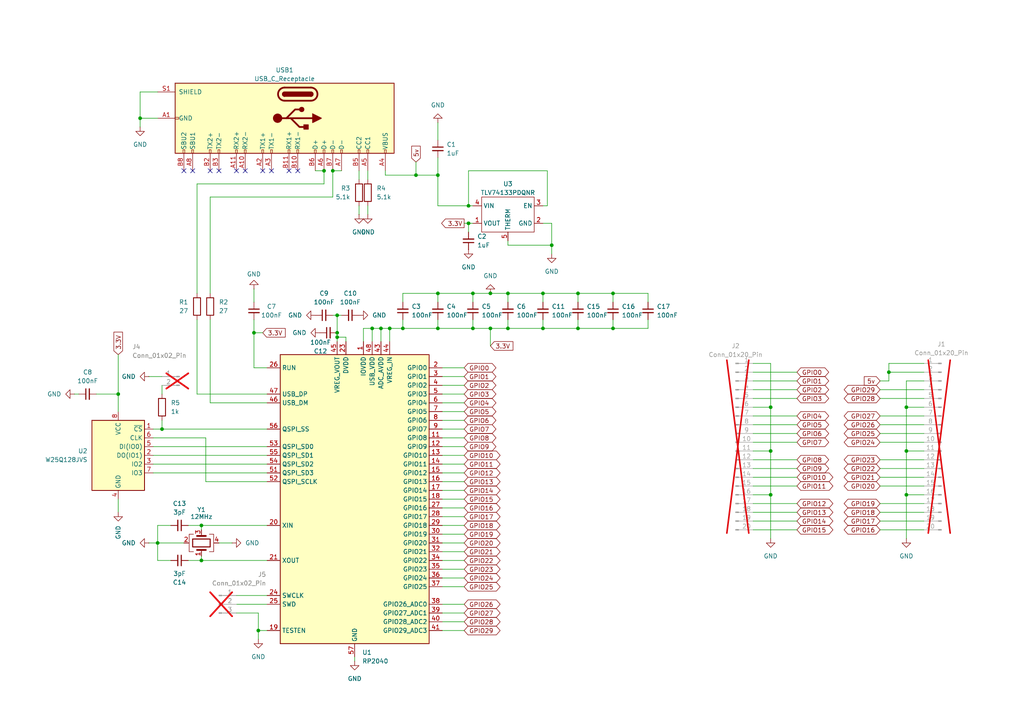
<source format=kicad_sch>
(kicad_sch (version 20231120) (generator "eeschema") (generator_version "8.0")
  (paper "A4")
  (lib_symbols
    (symbol "Connector:Conn_01x02_Pin" (pin_names (offset 1.016) hide)
      (property "Reference" "J" (at 0 2.54 0))
      (property "Value" "Conn_01x02_Pin" (at 0 -5.08 0))
      (symbol "Conn_01x02_Pin_1_1"
        (pin passive line (at 5.08 0 180) (length 3.81) (name "Pin_1") (number "1"))
        (pin passive line (at 5.08 -2.54 180) (length 3.81) (name "Pin_2") (number "2"))
      )
    )
    (symbol "Connector:Conn_01x03_Pin" (pin_names (offset 1.016) hide)
      (property "Reference" "J" (at 0 5.08 0))
      (property "Value" "Conn_01x03_Pin" (at 0 -5.08 0))
      (symbol "Conn_01x03_Pin_1_1"
        (pin passive line (at 5.08 2.54 180) (length 3.81) (name "Pin_1") (number "1"))
        (pin passive line (at 5.08 0 180) (length 3.81) (name "Pin_2") (number "2"))
        (pin passive line (at 5.08 -2.54 180) (length 3.81) (name "Pin_3") (number "3"))
      )
    )
    (symbol "Connector:Conn_01x20_Pin" (pin_names (offset 1.016) hide)
      (property "Reference" "J" (at 0 25.4 0))
      (property "Value" "Conn_01x20_Pin" (at 0 -27.94 0))
      (symbol "Conn_01x20_Pin_1_1"
        (pin passive line (at 5.08 22.86 180) (length 3.81) (name "Pin_1") (number "1"))
        (pin passive line (at 5.08 0 180) (length 3.81) (name "Pin_10") (number "10"))
        (pin passive line (at 5.08 -2.54 180) (length 3.81) (name "Pin_11") (number "11"))
        (pin passive line (at 5.08 -5.08 180) (length 3.81) (name "Pin_12") (number "12"))
        (pin passive line (at 5.08 -7.62 180) (length 3.81) (name "Pin_13") (number "13"))
        (pin passive line (at 5.08 -10.16 180) (length 3.81) (name "Pin_14") (number "14"))
        (pin passive line (at 5.08 -12.7 180) (length 3.81) (name "Pin_15") (number "15"))
        (pin passive line (at 5.08 -15.24 180) (length 3.81) (name "Pin_16") (number "16"))
        (pin passive line (at 5.08 -17.78 180) (length 3.81) (name "Pin_17") (number "17"))
        (pin passive line (at 5.08 -20.32 180) (length 3.81) (name "Pin_18") (number "18"))
        (pin passive line (at 5.08 -22.86 180) (length 3.81) (name "Pin_19") (number "19"))
        (pin passive line (at 5.08 20.32 180) (length 3.81) (name "Pin_2") (number "2"))
        (pin passive line (at 5.08 -25.4 180) (length 3.81) (name "Pin_20") (number "20"))
        (pin passive line (at 5.08 17.78 180) (length 3.81) (name "Pin_3") (number "3"))
        (pin passive line (at 5.08 15.24 180) (length 3.81) (name "Pin_4") (number "4"))
        (pin passive line (at 5.08 12.7 180) (length 3.81) (name "Pin_5") (number "5"))
        (pin passive line (at 5.08 10.16 180) (length 3.81) (name "Pin_6") (number "6"))
        (pin passive line (at 5.08 7.62 180) (length 3.81) (name "Pin_7") (number "7"))
        (pin passive line (at 5.08 5.08 180) (length 3.81) (name "Pin_8") (number "8"))
        (pin passive line (at 5.08 2.54 180) (length 3.81) (name "Pin_9") (number "9"))
      )
    )
    (symbol "Connector:USB_C_Receptacle" (pin_names (offset 1.016))
      (property "Reference" "J3" (at -13.97 -3.81 90))
      (property "Value" "USB_C_Receptacle" (at -11.43 -3.81 90))
      (symbol "USB_C_Receptacle_1_1"
        (pin passive line (at 0 -40.64 90) (length 5.08) (name "GND") (number "A1"))
        (pin bidirectional line (at 15.24 -15.24 180) (length 5.08) (name "RX2-") (number "A10"))
        (pin bidirectional line (at 15.24 -17.78 180) (length 5.08) (name "RX2+") (number "A11"))
        (pin passive line (at 0 -40.64 90) (length 5.08) hide (name "GND") (number "A12"))
        (pin bidirectional line (at 15.24 -10.16 180) (length 5.08) (name "TX1+") (number "A2"))
        (pin bidirectional line (at 15.24 -7.62 180) (length 5.08) (name "TX1-") (number "A3"))
        (pin power_out line (at 15.24 25.4 180) (length 5.08) (name "VBUS") (number "A4"))
        (pin bidirectional line (at 15.24 20.32 180) (length 5.08) (name "CC1") (number "A5"))
        (pin bidirectional line (at 15.24 7.62 180) (length 5.08) (name "D+") (number "A6"))
        (pin bidirectional line (at 15.24 12.7 180) (length 5.08) (name "D-") (number "A7"))
        (pin bidirectional line (at 15.24 -30.48 180) (length 5.08) (name "SBU1") (number "A8"))
        (pin power_out line (at 15.24 25.4 180) (length 5.08) hide (name "VBUS") (number "A9"))
        (pin passive line (at 0 -40.64 90) (length 5.08) hide (name "GND") (number "B1"))
        (pin bidirectional line (at 15.24 0 180) (length 5.08) (name "RX1-") (number "B10"))
        (pin bidirectional line (at 15.24 -2.54 180) (length 5.08) (name "RX1+") (number "B11"))
        (pin passive line (at 0 -40.64 90) (length 5.08) hide (name "GND") (number "B12"))
        (pin bidirectional line (at 15.24 -25.4 180) (length 5.08) (name "TX2+") (number "B2"))
        (pin bidirectional line (at 15.24 -22.86 180) (length 5.08) (name "TX2-") (number "B3"))
        (pin power_out line (at 15.24 25.4 180) (length 5.08) hide (name "VBUS") (number "B4"))
        (pin bidirectional line (at 15.24 17.78 180) (length 5.08) (name "CC2") (number "B5"))
        (pin bidirectional line (at 15.24 5.08 180) (length 5.08) (name "D+") (number "B6"))
        (pin bidirectional line (at 15.24 10.16 180) (length 5.08) (name "D-") (number "B7"))
        (pin bidirectional line (at 15.24 -33.02 180) (length 5.08) (name "SBU2") (number "B8"))
        (pin power_out line (at 15.24 25.4 180) (length 5.08) hide (name "VBUS") (number "B9"))
        (pin passive line (at -7.62 -40.64 90) (length 5.08) (name "SHIELD") (number "S1"))
      )
    )
    (symbol "Custom:TLV74133PDQNR"
      (property "Reference" "U" (at 0 2.032 0))
      (property "Value" "TLV74133PDQNR" (at 0 -0.254 0))
      (symbol "TLV74133PDQNR_1_0"
        (pin power_out line (at -10.16 -8.89 0) (length 2.54) (name "VOUT") (number "1"))
        (pin power_out line (at 10.16 -8.89 180) (length 2.54) (name "GND") (number "2"))
        (pin input line (at 10.16 -3.81 180) (length 2.54) (name "EN") (number "3"))
        (pin power_in line (at -10.16 -3.81 0) (length 2.54) (name "VIN") (number "4"))
        (pin power_out line (at 0 -13.97 90) (length 2.54) (name "THERM") (number "5"))
      )
    )
    (symbol "Device:C_Small" (pin_numbers hide) (pin_names (offset 0.254) hide)
      (property "Reference" "C" (at 0.254 1.778 0))
      (property "Value" "C_Small" (at 0.254 -2.032 0))
      (symbol "C_Small_1_1"
        (pin passive line (at 0 2.54 270) (length 2.032) (name "~") (number "1"))
        (pin passive line (at 0 -2.54 90) (length 2.032) (name "~") (number "2"))
      )
    )
    (symbol "Device:Crystal_GND24" (pin_names (offset 1.016) hide)
      (property "Reference" "Y" (at 3.175 5.08 0))
      (property "Value" "Crystal_GND24" (at 3.175 3.175 0))
      (symbol "Crystal_GND24_1_1"
        (pin passive line (at -3.81 0 0) (length 1.27) (name "1") (number "1"))
        (pin passive line (at 0 5.08 270) (length 1.27) (name "2") (number "2"))
        (pin passive line (at 3.81 0 180) (length 1.27) (name "3") (number "3"))
        (pin passive line (at 0 -5.08 90) (length 1.27) (name "4") (number "4"))
      )
    )
    (symbol "Device:R" (pin_numbers hide) (pin_names (offset 0))
      (property "Reference" "R" (at 2.032 0 90))
      (property "Value" "R" (at 0 0 90))
      (symbol "R_1_1"
        (pin passive line (at 0 3.81 270) (length 1.27) (name "~") (number "1"))
        (pin passive line (at 0 -3.81 90) (length 1.27) (name "~") (number "2"))
      )
    )
    (symbol "MCU_RaspberryPi:RP2040"
      (property "Reference" "U" (at 17.78 45.72 0))
      (property "Value" "RP2040" (at 17.78 43.18 0))
      (symbol "RP2040_1_1"
        (pin power_in line (at 2.54 45.72 270) (length 3.81) (name "IOVDD") (number "1"))
        (pin passive line (at 2.54 45.72 270) (length 3.81) hide (name "IOVDD") (number "10"))
        (pin bidirectional line (at 25.4 17.78 180) (length 3.81) (name "GPIO8") (number "11"))
        (pin bidirectional line (at 25.4 15.24 180) (length 3.81) (name "GPIO9") (number "12"))
        (pin bidirectional line (at 25.4 12.7 180) (length 3.81) (name "GPIO10") (number "13"))
        (pin bidirectional line (at 25.4 10.16 180) (length 3.81) (name "GPIO11") (number "14"))
        (pin bidirectional line (at 25.4 7.62 180) (length 3.81) (name "GPIO12") (number "15"))
        (pin bidirectional line (at 25.4 5.08 180) (length 3.81) (name "GPIO13") (number "16"))
        (pin bidirectional line (at 25.4 2.54 180) (length 3.81) (name "GPIO14") (number "17"))
        (pin bidirectional line (at 25.4 0 180) (length 3.81) (name "GPIO15") (number "18"))
        (pin input line (at -25.4 -38.1 0) (length 3.81) (name "TESTEN") (number "19"))
        (pin bidirectional line (at 25.4 38.1 180) (length 3.81) (name "GPIO0") (number "2"))
        (pin input line (at -25.4 -7.62 0) (length 3.81) (name "XIN") (number "20"))
        (pin passive line (at -25.4 -17.78 0) (length 3.81) (name "XOUT") (number "21"))
        (pin passive line (at 2.54 45.72 270) (length 3.81) hide (name "IOVDD") (number "22"))
        (pin power_in line (at -2.54 45.72 270) (length 3.81) (name "DVDD") (number "23"))
        (pin input line (at -25.4 -27.94 0) (length 3.81) (name "SWCLK") (number "24"))
        (pin bidirectional line (at -25.4 -30.48 0) (length 3.81) (name "SWD") (number "25"))
        (pin input line (at -25.4 38.1 0) (length 3.81) (name "RUN") (number "26"))
        (pin bidirectional line (at 25.4 -2.54 180) (length 3.81) (name "GPIO16") (number "27"))
        (pin bidirectional line (at 25.4 -5.08 180) (length 3.81) (name "GPIO17") (number "28"))
        (pin bidirectional line (at 25.4 -7.62 180) (length 3.81) (name "GPIO18") (number "29"))
        (pin bidirectional line (at 25.4 35.56 180) (length 3.81) (name "GPIO1") (number "3"))
        (pin bidirectional line (at 25.4 -10.16 180) (length 3.81) (name "GPIO19") (number "30"))
        (pin bidirectional line (at 25.4 -12.7 180) (length 3.81) (name "GPIO20") (number "31"))
        (pin bidirectional line (at 25.4 -15.24 180) (length 3.81) (name "GPIO21") (number "32"))
        (pin passive line (at 2.54 45.72 270) (length 3.81) hide (name "IOVDD") (number "33"))
        (pin bidirectional line (at 25.4 -17.78 180) (length 3.81) (name "GPIO22") (number "34"))
        (pin bidirectional line (at 25.4 -20.32 180) (length 3.81) (name "GPIO23") (number "35"))
        (pin bidirectional line (at 25.4 -22.86 180) (length 3.81) (name "GPIO24") (number "36"))
        (pin bidirectional line (at 25.4 -25.4 180) (length 3.81) (name "GPIO25") (number "37"))
        (pin bidirectional line (at 25.4 -30.48 180) (length 3.81) (name "GPIO26_ADC0") (number "38"))
        (pin bidirectional line (at 25.4 -33.02 180) (length 3.81) (name "GPIO27_ADC1") (number "39"))
        (pin bidirectional line (at 25.4 33.02 180) (length 3.81) (name "GPIO2") (number "4"))
        (pin bidirectional line (at 25.4 -35.56 180) (length 3.81) (name "GPIO28_ADC2") (number "40"))
        (pin bidirectional line (at 25.4 -38.1 180) (length 3.81) (name "GPIO29_ADC3") (number "41"))
        (pin passive line (at 2.54 45.72 270) (length 3.81) hide (name "IOVDD") (number "42"))
        (pin power_in line (at 7.62 45.72 270) (length 3.81) (name "ADC_AVDD") (number "43"))
        (pin power_in line (at 10.16 45.72 270) (length 3.81) (name "VREG_IN") (number "44"))
        (pin power_out line (at -5.08 45.72 270) (length 3.81) (name "VREG_VOUT") (number "45"))
        (pin bidirectional line (at -25.4 27.94 0) (length 3.81) (name "USB_DM") (number "46"))
        (pin bidirectional line (at -25.4 30.48 0) (length 3.81) (name "USB_DP") (number "47"))
        (pin power_in line (at 5.08 45.72 270) (length 3.81) (name "USB_VDD") (number "48"))
        (pin passive line (at 2.54 45.72 270) (length 3.81) hide (name "IOVDD") (number "49"))
        (pin bidirectional line (at 25.4 30.48 180) (length 3.81) (name "GPIO3") (number "5"))
        (pin passive line (at -2.54 45.72 270) (length 3.81) hide (name "DVDD") (number "50"))
        (pin bidirectional line (at -25.4 7.62 0) (length 3.81) (name "QSPI_SD3") (number "51"))
        (pin output line (at -25.4 5.08 0) (length 3.81) (name "QSPI_SCLK") (number "52"))
        (pin bidirectional line (at -25.4 15.24 0) (length 3.81) (name "QSPI_SD0") (number "53"))
        (pin bidirectional line (at -25.4 10.16 0) (length 3.81) (name "QSPI_SD2") (number "54"))
        (pin bidirectional line (at -25.4 12.7 0) (length 3.81) (name "QSPI_SD1") (number "55"))
        (pin bidirectional line (at -25.4 20.32 0) (length 3.81) (name "QSPI_SS") (number "56"))
        (pin power_in line (at 0 -45.72 90) (length 3.81) (name "GND") (number "57"))
        (pin bidirectional line (at 25.4 27.94 180) (length 3.81) (name "GPIO4") (number "6"))
        (pin bidirectional line (at 25.4 25.4 180) (length 3.81) (name "GPIO5") (number "7"))
        (pin bidirectional line (at 25.4 22.86 180) (length 3.81) (name "GPIO6") (number "8"))
        (pin bidirectional line (at 25.4 20.32 180) (length 3.81) (name "GPIO7") (number "9"))
      )
    )
    (symbol "Memory_Flash:W25Q128JVS"
      (property "Reference" "U" (at -8.89 8.89 0))
      (property "Value" "W25Q128JVS" (at 7.62 8.89 0))
      (symbol "W25Q128JVS_1_1"
        (pin input line (at -10.16 7.62 0) (length 2.54) (name "~{CS}") (number "1"))
        (pin bidirectional line (at -10.16 0 0) (length 2.54) (name "DO(IO1)") (number "2"))
        (pin bidirectional line (at -10.16 -2.54 0) (length 2.54) (name "IO2") (number "3"))
        (pin power_in line (at 0 -12.7 90) (length 2.54) (name "GND") (number "4"))
        (pin bidirectional line (at -10.16 2.54 0) (length 2.54) (name "DI(IO0)") (number "5"))
        (pin input line (at -10.16 5.08 0) (length 2.54) (name "CLK") (number "6"))
        (pin bidirectional line (at -10.16 -5.08 0) (length 2.54) (name "IO3") (number "7"))
        (pin power_in line (at 0 12.7 270) (length 2.54) (name "VCC") (number "8"))
      )
    )
    (symbol "power:GND" (power) (pin_numbers hide) (pin_names (offset 0) hide)
      (property "Value" "GND" (at 0 -3.81 0))
      (symbol "GND_1_1"
        (pin power_in line (at 0 0 270) (length 0) (name "~") (number "1"))
      )
    )
  )
  (junction (at 142.24 85.09))
  (junction (at 262.89 118.11))
  (junction (at 137.16 95.25))
  (junction (at 223.52 118.11))
  (junction (at 74.93 182.88))
  (junction (at 45.72 157.48))
  (junction (at 167.64 95.25))
  (junction (at 160.02 71.12))
  (junction (at 46.99 124.46))
  (junction (at 107.95 95.25))
  (junction (at 97.79 97.79))
  (junction (at 135.89 59.69))
  (junction (at 147.32 85.09))
  (junction (at 127 85.09))
  (junction (at 262.89 130.81))
  (junction (at 93.98 49.53))
  (junction (at 147.32 95.25))
  (junction (at 223.52 143.51))
  (junction (at 120.65 50.8))
  (junction (at 58.42 162.56))
  (junction (at 137.16 85.09))
  (junction (at 127 50.8))
  (junction (at 177.8 95.25))
  (junction (at 142.24 95.25))
  (junction (at 257.81 107.95))
  (junction (at 110.49 95.25))
  (junction (at 40.64 34.29))
  (junction (at 58.42 152.4))
  (junction (at 116.84 95.25))
  (junction (at 96.52 49.53))
  (junction (at 157.48 85.09))
  (junction (at 34.29 114.3))
  (junction (at 113.03 95.25))
  (junction (at 177.8 85.09))
  (junction (at 97.79 96.52))
  (junction (at 167.64 85.09))
  (junction (at 135.89 64.77))
  (junction (at 97.79 91.44))
  (junction (at 262.89 143.51))
  (junction (at 73.66 96.52))
  (junction (at 157.48 95.25))
  (junction (at 127 95.25))
  (junction (at 223.52 130.81))
  (no_connect (at 76.2 49.53))
  (no_connect (at 55.88 49.53))
  (no_connect (at 78.74 49.53))
  (no_connect (at 60.96 49.53))
  (no_connect (at 68.58 49.53))
  (no_connect (at 83.82 49.53))
  (no_connect (at 86.36 49.53))
  (no_connect (at 71.12 49.53))
  (no_connect (at 63.5 49.53))
  (no_connect (at 53.34 49.53))
  (wire (pts (xy 120.65 46.99) (xy 120.65 50.8)))
  (wire (pts (xy 96.52 91.44) (xy 97.79 91.44)))
  (wire (pts (xy 40.64 34.29) (xy 40.64 36.83)))
  (wire (pts (xy 255.27 125.73) (xy 267.97 125.73)))
  (wire (pts (xy 218.44 138.43) (xy 231.14 138.43)))
  (wire (pts (xy 63.5 157.48) (xy 67.31 157.48)))
  (wire (pts (xy 218.44 118.11) (xy 223.52 118.11)))
  (wire (pts (xy 128.27 157.48) (xy 134.62 157.48)))
  (wire (pts (xy 218.44 140.97) (xy 231.14 140.97)))
  (wire (pts (xy 177.8 87.63) (xy 177.8 85.09)))
  (wire (pts (xy 105.41 95.25) (xy 105.41 99.06)))
  (wire (pts (xy 74.93 177.8) (xy 74.93 182.88)))
  (wire (pts (xy 91.44 49.53) (xy 93.98 49.53)))
  (wire (pts (xy 68.58 172.72) (xy 77.47 172.72)))
  (wire (pts (xy 21.59 114.3) (xy 22.86 114.3)))
  (wire (pts (xy 46.99 121.92) (xy 46.99 124.46)))
  (wire (pts (xy 93.98 53.34) (xy 57.15 53.34)))
  (wire (pts (xy 74.93 182.88) (xy 74.93 185.42)))
  (wire (pts (xy 128.27 175.26) (xy 134.62 175.26)))
  (wire (pts (xy 128.27 114.3) (xy 134.62 114.3)))
  (wire (pts (xy 128.27 182.88) (xy 134.62 182.88)))
  (wire (pts (xy 60.96 57.15) (xy 96.52 57.15)))
  (wire (pts (xy 111.76 50.8) (xy 120.65 50.8)))
  (wire (pts (xy 223.52 143.51) (xy 223.52 156.21)))
  (wire (pts (xy 116.84 87.63) (xy 116.84 85.09)))
  (wire (pts (xy 107.95 95.25) (xy 107.95 99.06)))
  (wire (pts (xy 127 85.09) (xy 127 87.63)))
  (wire (pts (xy 128.27 134.62) (xy 134.62 134.62)))
  (wire (pts (xy 267.97 110.49) (xy 262.89 110.49)))
  (wire (pts (xy 44.45 137.16) (xy 77.47 137.16)))
  (wire (pts (xy 142.24 85.09) (xy 147.32 85.09)))
  (wire (pts (xy 257.81 107.95) (xy 257.81 105.41)))
  (wire (pts (xy 127 59.69) (xy 135.89 59.69)))
  (wire (pts (xy 54.61 162.56) (xy 58.42 162.56)))
  (wire (pts (xy 104.14 59.69) (xy 104.14 62.23)))
  (wire (pts (xy 49.53 162.56) (xy 45.72 162.56)))
  (wire (pts (xy 135.89 64.77) (xy 137.16 64.77)))
  (wire (pts (xy 45.72 152.4) (xy 45.72 157.48)))
  (wire (pts (xy 157.48 87.63) (xy 157.48 85.09)))
  (wire (pts (xy 255.27 113.03) (xy 267.97 113.03)))
  (wire (pts (xy 137.16 92.71) (xy 137.16 95.25)))
  (wire (pts (xy 147.32 95.25) (xy 157.48 95.25)))
  (wire (pts (xy 113.03 95.25) (xy 116.84 95.25)))
  (wire (pts (xy 57.15 114.3) (xy 77.47 114.3)))
  (wire (pts (xy 255.27 123.19) (xy 267.97 123.19)))
  (wire (pts (xy 102.87 190.5) (xy 102.87 191.77)))
  (wire (pts (xy 34.29 102.87) (xy 34.29 114.3)))
  (wire (pts (xy 167.64 87.63) (xy 167.64 85.09)))
  (wire (pts (xy 68.58 177.8) (xy 74.93 177.8)))
  (wire (pts (xy 218.44 128.27) (xy 231.14 128.27)))
  (wire (pts (xy 128.27 109.22) (xy 134.62 109.22)))
  (wire (pts (xy 45.72 162.56) (xy 45.72 157.48)))
  (wire (pts (xy 128.27 106.68) (xy 134.62 106.68)))
  (wire (pts (xy 262.89 130.81) (xy 267.97 130.81)))
  (wire (pts (xy 54.61 152.4) (xy 58.42 152.4)))
  (wire (pts (xy 128.27 162.56) (xy 134.62 162.56)))
  (wire (pts (xy 44.45 134.62) (xy 77.47 134.62)))
  (wire (pts (xy 128.27 121.92) (xy 134.62 121.92)))
  (wire (pts (xy 93.98 49.53) (xy 93.98 53.34)))
  (wire (pts (xy 187.96 87.63) (xy 187.96 85.09)))
  (wire (pts (xy 223.52 118.11) (xy 223.52 130.81)))
  (wire (pts (xy 160.02 64.77) (xy 160.02 71.12)))
  (wire (pts (xy 113.03 95.25) (xy 113.03 99.06)))
  (wire (pts (xy 45.72 26.67) (xy 40.64 26.67)))
  (wire (pts (xy 59.69 139.7) (xy 59.69 127)))
  (wire (pts (xy 116.84 95.25) (xy 127 95.25)))
  (wire (pts (xy 255.27 128.27) (xy 267.97 128.27)))
  (wire (pts (xy 59.69 127) (xy 44.45 127)))
  (wire (pts (xy 128.27 129.54) (xy 134.62 129.54)))
  (wire (pts (xy 128.27 132.08) (xy 134.62 132.08)))
  (wire (pts (xy 77.47 129.54) (xy 44.45 129.54)))
  (wire (pts (xy 218.44 113.03) (xy 231.14 113.03)))
  (wire (pts (xy 116.84 92.71) (xy 116.84 95.25)))
  (wire (pts (xy 255.27 151.13) (xy 267.97 151.13)))
  (wire (pts (xy 128.27 142.24) (xy 134.62 142.24)))
  (wire (pts (xy 255.27 148.59) (xy 267.97 148.59)))
  (wire (pts (xy 167.64 85.09) (xy 157.48 85.09)))
  (wire (pts (xy 218.44 130.81) (xy 223.52 130.81)))
  (wire (pts (xy 97.79 99.06) (xy 97.79 97.79)))
  (wire (pts (xy 255.27 138.43) (xy 267.97 138.43)))
  (wire (pts (xy 218.44 133.35) (xy 231.14 133.35)))
  (wire (pts (xy 187.96 92.71) (xy 187.96 95.25)))
  (wire (pts (xy 262.89 118.11) (xy 262.89 130.81)))
  (wire (pts (xy 255.27 120.65) (xy 267.97 120.65)))
  (wire (pts (xy 135.89 64.77) (xy 135.89 67.31)))
  (wire (pts (xy 127 45.72) (xy 127 50.8)))
  (wire (pts (xy 135.89 59.69) (xy 137.16 59.69)))
  (wire (pts (xy 167.64 95.25) (xy 157.48 95.25)))
  (wire (pts (xy 107.95 95.25) (xy 110.49 95.25)))
  (wire (pts (xy 262.89 130.81) (xy 262.89 143.51)))
  (wire (pts (xy 128.27 167.64) (xy 134.62 167.64)))
  (wire (pts (xy 255.27 140.97) (xy 267.97 140.97)))
  (wire (pts (xy 218.44 123.19) (xy 231.14 123.19)))
  (wire (pts (xy 58.42 162.56) (xy 58.42 161.29)))
  (wire (pts (xy 127 85.09) (xy 137.16 85.09)))
  (wire (pts (xy 128.27 180.34) (xy 134.62 180.34)))
  (wire (pts (xy 34.29 114.3) (xy 34.29 119.38)))
  (wire (pts (xy 223.52 130.81) (xy 223.52 143.51)))
  (wire (pts (xy 160.02 64.77) (xy 157.48 64.77)))
  (wire (pts (xy 77.47 182.88) (xy 74.93 182.88)))
  (wire (pts (xy 106.68 49.53) (xy 106.68 52.07)))
  (wire (pts (xy 257.81 107.95) (xy 267.97 107.95)))
  (wire (pts (xy 157.48 59.69) (xy 158.75 59.69)))
  (wire (pts (xy 218.44 148.59) (xy 231.14 148.59)))
  (wire (pts (xy 157.48 92.71) (xy 157.48 95.25)))
  (wire (pts (xy 128.27 127) (xy 134.62 127)))
  (wire (pts (xy 218.44 151.13) (xy 231.14 151.13)))
  (wire (pts (xy 218.44 105.41) (xy 223.52 105.41)))
  (wire (pts (xy 218.44 110.49) (xy 231.14 110.49)))
  (wire (pts (xy 73.66 96.52) (xy 76.2 96.52)))
  (wire (pts (xy 43.18 157.48) (xy 45.72 157.48)))
  (wire (pts (xy 147.32 92.71) (xy 147.32 95.25)))
  (wire (pts (xy 116.84 85.09) (xy 127 85.09)))
  (wire (pts (xy 127 92.71) (xy 127 95.25)))
  (wire (pts (xy 46.99 111.76) (xy 46.99 114.3)))
  (wire (pts (xy 187.96 85.09) (xy 177.8 85.09)))
  (wire (pts (xy 49.53 152.4) (xy 45.72 152.4)))
  (wire (pts (xy 60.96 116.84) (xy 77.47 116.84)))
  (wire (pts (xy 177.8 92.71) (xy 177.8 95.25)))
  (wire (pts (xy 57.15 53.34) (xy 57.15 85.09)))
  (wire (pts (xy 158.75 49.53) (xy 135.89 49.53)))
  (wire (pts (xy 128.27 111.76) (xy 134.62 111.76)))
  (wire (pts (xy 127 95.25) (xy 137.16 95.25)))
  (wire (pts (xy 218.44 115.57) (xy 231.14 115.57)))
  (wire (pts (xy 218.44 135.89) (xy 231.14 135.89)))
  (wire (pts (xy 142.24 95.25) (xy 142.24 100.33)))
  (wire (pts (xy 262.89 143.51) (xy 262.89 156.21)))
  (wire (pts (xy 44.45 132.08) (xy 77.47 132.08)))
  (wire (pts (xy 128.27 144.78) (xy 134.62 144.78)))
  (wire (pts (xy 218.44 120.65) (xy 231.14 120.65)))
  (wire (pts (xy 97.79 91.44) (xy 99.06 91.44)))
  (wire (pts (xy 96.52 57.15) (xy 96.52 49.53)))
  (wire (pts (xy 187.96 95.25) (xy 177.8 95.25)))
  (wire (pts (xy 106.68 62.23) (xy 106.68 59.69)))
  (wire (pts (xy 97.79 91.44) (xy 97.79 96.52)))
  (wire (pts (xy 158.75 59.69) (xy 158.75 49.53)))
  (wire (pts (xy 262.89 110.49) (xy 262.89 118.11)))
  (wire (pts (xy 45.72 34.29) (xy 40.64 34.29)))
  (wire (pts (xy 100.33 97.79) (xy 100.33 99.06)))
  (wire (pts (xy 255.27 146.05) (xy 267.97 146.05)))
  (wire (pts (xy 128.27 137.16) (xy 134.62 137.16)))
  (wire (pts (xy 68.58 175.26) (xy 77.47 175.26)))
  (wire (pts (xy 128.27 170.18) (xy 134.62 170.18)))
  (wire (pts (xy 255.27 133.35) (xy 267.97 133.35)))
  (wire (pts (xy 223.52 105.41) (xy 223.52 118.11)))
  (wire (pts (xy 111.76 50.8) (xy 111.76 49.53)))
  (wire (pts (xy 167.64 92.71) (xy 167.64 95.25)))
  (wire (pts (xy 255.27 115.57) (xy 267.97 115.57)))
  (wire (pts (xy 73.66 83.82) (xy 73.66 87.63)))
  (wire (pts (xy 128.27 165.1) (xy 134.62 165.1)))
  (wire (pts (xy 218.44 125.73) (xy 231.14 125.73)))
  (wire (pts (xy 43.18 109.22) (xy 46.99 109.22)))
  (wire (pts (xy 160.02 71.12) (xy 160.02 73.66)))
  (wire (pts (xy 135.89 49.53) (xy 135.89 59.69)))
  (wire (pts (xy 110.49 95.25) (xy 110.49 99.06)))
  (wire (pts (xy 142.24 95.25) (xy 147.32 95.25)))
  (wire (pts (xy 128.27 154.94) (xy 134.62 154.94)))
  (wire (pts (xy 110.49 95.25) (xy 113.03 95.25)))
  (wire (pts (xy 147.32 85.09) (xy 157.48 85.09)))
  (wire (pts (xy 147.32 71.12) (xy 160.02 71.12)))
  (wire (pts (xy 46.99 124.46) (xy 77.47 124.46)))
  (wire (pts (xy 60.96 92.71) (xy 60.96 116.84)))
  (wire (pts (xy 128.27 147.32) (xy 134.62 147.32)))
  (wire (pts (xy 77.47 152.4) (xy 58.42 152.4)))
  (wire (pts (xy 218.44 146.05) (xy 231.14 146.05)))
  (wire (pts (xy 218.44 143.51) (xy 223.52 143.51)))
  (wire (pts (xy 255.27 110.49) (xy 257.81 110.49)))
  (wire (pts (xy 218.44 153.67) (xy 231.14 153.67)))
  (wire (pts (xy 128.27 152.4) (xy 134.62 152.4)))
  (wire (pts (xy 128.27 149.86) (xy 134.62 149.86)))
  (wire (pts (xy 58.42 152.4) (xy 58.42 153.67)))
  (wire (pts (xy 105.41 95.25) (xy 107.95 95.25)))
  (wire (pts (xy 128.27 139.7) (xy 134.62 139.7)))
  (wire (pts (xy 44.45 124.46) (xy 46.99 124.46)))
  (wire (pts (xy 127 35.56) (xy 127 40.64)))
  (wire (pts (xy 262.89 143.51) (xy 267.97 143.51)))
  (wire (pts (xy 147.32 87.63) (xy 147.32 85.09)))
  (wire (pts (xy 134.62 64.77) (xy 135.89 64.77)))
  (wire (pts (xy 73.66 92.71) (xy 73.66 96.52)))
  (wire (pts (xy 128.27 160.02) (xy 134.62 160.02)))
  (wire (pts (xy 128.27 177.8) (xy 134.62 177.8)))
  (wire (pts (xy 60.96 57.15) (xy 60.96 85.09)))
  (wire (pts (xy 27.94 114.3) (xy 34.29 114.3)))
  (wire (pts (xy 34.29 144.78) (xy 34.29 148.59)))
  (wire (pts (xy 73.66 106.68) (xy 77.47 106.68)))
  (wire (pts (xy 218.44 107.95) (xy 231.14 107.95)))
  (wire (pts (xy 137.16 95.25) (xy 142.24 95.25)))
  (wire (pts (xy 120.65 50.8) (xy 127 50.8)))
  (wire (pts (xy 128.27 119.38) (xy 134.62 119.38)))
  (wire (pts (xy 255.27 153.67) (xy 267.97 153.67)))
  (wire (pts (xy 137.16 85.09) (xy 142.24 85.09)))
  (wire (pts (xy 77.47 139.7) (xy 59.69 139.7)))
  (wire (pts (xy 262.89 118.11) (xy 267.97 118.11)))
  (wire (pts (xy 40.64 26.67) (xy 40.64 34.29)))
  (wire (pts (xy 128.27 116.84) (xy 134.62 116.84)))
  (wire (pts (xy 177.8 85.09) (xy 167.64 85.09)))
  (wire (pts (xy 104.14 49.53) (xy 104.14 52.07)))
  (wire (pts (xy 57.15 92.71) (xy 57.15 114.3)))
  (wire (pts (xy 97.79 96.52) (xy 97.79 97.79)))
  (wire (pts (xy 177.8 95.25) (xy 167.64 95.25)))
  (wire (pts (xy 128.27 124.46) (xy 134.62 124.46)))
  (wire (pts (xy 257.81 110.49) (xy 257.81 107.95)))
  (wire (pts (xy 137.16 85.09) (xy 137.16 87.63)))
  (wire (pts (xy 147.32 69.85) (xy 147.32 71.12)))
  (wire (pts (xy 73.66 96.52) (xy 73.66 106.68)))
  (wire (pts (xy 45.72 157.48) (xy 53.34 157.48)))
  (wire (pts (xy 96.52 49.53) (xy 99.06 49.53)))
  (wire (pts (xy 127 50.8) (xy 127 59.69)))
  (wire (pts (xy 77.47 162.56) (xy 58.42 162.56)))
  (wire (pts (xy 97.79 97.79) (xy 100.33 97.79)))
  (wire (pts (xy 255.27 135.89) (xy 267.97 135.89)))
  (wire (pts (xy 257.81 105.41) (xy 267.97 105.41)))
  (global_label "GPIO13" (shape bidirectional) (at 134.62 139.7 0) (property "Intersheetrefs" "${INTERSHEET_REFS}" (effects (hide yes))))
  (global_label "GPIO24" (shape bidirectional) (at 134.62 167.64 0) (property "Intersheetrefs" "${INTERSHEET_REFS}" (effects (hide yes))))
  (global_label "GPIO7" (shape bidirectional) (at 231.14 128.27 0) (property "Intersheetrefs" "${INTERSHEET_REFS}" (effects (hide yes))))
  (global_label "GPIO3" (shape bidirectional) (at 231.14 115.57 0) (property "Intersheetrefs" "${INTERSHEET_REFS}" (effects (hide yes))))
  (global_label "GPIO16" (shape bidirectional) (at 255.27 153.67 180) (property "Intersheetrefs" "${INTERSHEET_REFS}" (effects (hide yes))))
  (global_label "GPIO13" (shape bidirectional) (at 231.14 148.59 0) (property "Intersheetrefs" "${INTERSHEET_REFS}" (effects (hide yes))))
  (global_label "GPIO22" (shape bidirectional) (at 134.62 162.56 0) (property "Intersheetrefs" "${INTERSHEET_REFS}" (effects (hide yes))))
  (global_label "GPIO14" (shape bidirectional) (at 231.14 151.13 0) (property "Intersheetrefs" "${INTERSHEET_REFS}" (effects (hide yes))))
  (global_label "GPIO8" (shape bidirectional) (at 231.14 133.35 0) (property "Intersheetrefs" "${INTERSHEET_REFS}" (effects (hide yes))))
  (global_label "3.3V" (shape output) (at 134.62 64.77 180) (property "Intersheetrefs" "${INTERSHEET_REFS}" (effects (hide yes))))
  (global_label "GPIO29" (shape bidirectional) (at 134.62 182.88 0) (property "Intersheetrefs" "${INTERSHEET_REFS}" (effects (hide yes))))
  (global_label "GPIO17" (shape bidirectional) (at 134.62 149.86 0) (property "Intersheetrefs" "${INTERSHEET_REFS}" (effects (hide yes))))
  (global_label "GPIO6" (shape bidirectional) (at 231.14 125.73 0) (property "Intersheetrefs" "${INTERSHEET_REFS}" (effects (hide yes))))
  (global_label "3.3V" (shape input) (at 34.29 102.87 90) (property "Intersheetrefs" "${INTERSHEET_REFS}" (effects (hide yes))))
  (global_label "GPIO27" (shape bidirectional) (at 255.27 120.65 180) (property "Intersheetrefs" "${INTERSHEET_REFS}" (effects (hide yes))))
  (global_label "GPIO22" (shape bidirectional) (at 255.27 135.89 180) (property "Intersheetrefs" "${INTERSHEET_REFS}" (effects (hide yes))))
  (global_label "GPIO4" (shape bidirectional) (at 134.62 116.84 0) (property "Intersheetrefs" "${INTERSHEET_REFS}" (effects (hide yes))))
  (global_label "GPIO9" (shape bidirectional) (at 134.62 129.54 0) (property "Intersheetrefs" "${INTERSHEET_REFS}" (effects (hide yes))))
  (global_label "GPIO12" (shape bidirectional) (at 134.62 137.16 0) (property "Intersheetrefs" "${INTERSHEET_REFS}" (effects (hide yes))))
  (global_label "GPIO11" (shape bidirectional) (at 134.62 134.62 0) (property "Intersheetrefs" "${INTERSHEET_REFS}" (effects (hide yes))))
  (global_label "GPIO4" (shape bidirectional) (at 231.14 120.65 0) (property "Intersheetrefs" "${INTERSHEET_REFS}" (effects (hide yes))))
  (global_label "GPIO25" (shape bidirectional) (at 255.27 125.73 180) (property "Intersheetrefs" "${INTERSHEET_REFS}" (effects (hide yes))))
  (global_label "GPIO3" (shape bidirectional) (at 134.62 114.3 0) (property "Intersheetrefs" "${INTERSHEET_REFS}" (effects (hide yes))))
  (global_label "GPIO6" (shape bidirectional) (at 134.62 121.92 0) (property "Intersheetrefs" "${INTERSHEET_REFS}" (effects (hide yes))))
  (global_label "GPIO26" (shape bidirectional) (at 134.62 175.26 0) (property "Intersheetrefs" "${INTERSHEET_REFS}" (effects (hide yes))))
  (global_label "GPIO10" (shape bidirectional) (at 231.14 138.43 0) (property "Intersheetrefs" "${INTERSHEET_REFS}" (effects (hide yes))))
  (global_label "GPIO15" (shape bidirectional) (at 134.62 144.78 0) (property "Intersheetrefs" "${INTERSHEET_REFS}" (effects (hide yes))))
  (global_label "GPIO24" (shape bidirectional) (at 255.27 128.27 180) (property "Intersheetrefs" "${INTERSHEET_REFS}" (effects (hide yes))))
  (global_label "GPIO2" (shape bidirectional) (at 134.62 111.76 0) (property "Intersheetrefs" "${INTERSHEET_REFS}" (effects (hide yes))))
  (global_label "GPIO21" (shape bidirectional) (at 134.62 160.02 0) (property "Intersheetrefs" "${INTERSHEET_REFS}" (effects (hide yes))))
  (global_label "GPIO20" (shape bidirectional) (at 255.27 140.97 180) (property "Intersheetrefs" "${INTERSHEET_REFS}" (effects (hide yes))))
  (global_label "GPIO28" (shape bidirectional) (at 134.62 180.34 0) (property "Intersheetrefs" "${INTERSHEET_REFS}" (effects (hide yes))))
  (global_label "GPIO19" (shape bidirectional) (at 255.27 146.05 180) (property "Intersheetrefs" "${INTERSHEET_REFS}" (effects (hide yes))))
  (global_label "GPIO16" (shape bidirectional) (at 134.62 147.32 0) (property "Intersheetrefs" "${INTERSHEET_REFS}" (effects (hide yes))))
  (global_label "GPIO27" (shape bidirectional) (at 134.62 177.8 0) (property "Intersheetrefs" "${INTERSHEET_REFS}" (effects (hide yes))))
  (global_label "GPIO10" (shape bidirectional) (at 134.62 132.08 0) (property "Intersheetrefs" "${INTERSHEET_REFS}" (effects (hide yes))))
  (global_label "3.3V" (shape input) (at 142.24 100.33 0) (property "Intersheetrefs" "${INTERSHEET_REFS}" (effects (hide yes))))
  (global_label "GPIO7" (shape bidirectional) (at 134.62 124.46 0) (property "Intersheetrefs" "${INTERSHEET_REFS}" (effects (hide yes))))
  (global_label "GPIO23" (shape bidirectional) (at 134.62 165.1 0) (property "Intersheetrefs" "${INTERSHEET_REFS}" (effects (hide yes))))
  (global_label "GPIO2" (shape bidirectional) (at 231.14 113.03 0) (property "Intersheetrefs" "${INTERSHEET_REFS}" (effects (hide yes))))
  (global_label "GPIO1" (shape bidirectional) (at 134.62 109.22 0) (property "Intersheetrefs" "${INTERSHEET_REFS}" (effects (hide yes))))
  (global_label "GPIO19" (shape bidirectional) (at 134.62 154.94 0) (property "Intersheetrefs" "${INTERSHEET_REFS}" (effects (hide yes))))
  (global_label "GPIO12" (shape bidirectional) (at 231.14 146.05 0) (property "Intersheetrefs" "${INTERSHEET_REFS}" (effects (hide yes))))
  (global_label "GPIO9" (shape bidirectional) (at 231.14 135.89 0) (property "Intersheetrefs" "${INTERSHEET_REFS}" (effects (hide yes))))
  (global_label "GPIO1" (shape bidirectional) (at 231.14 110.49 0) (property "Intersheetrefs" "${INTERSHEET_REFS}" (effects (hide yes))))
  (global_label "GPIO0" (shape bidirectional) (at 134.62 106.68 0) (property "Intersheetrefs" "${INTERSHEET_REFS}" (effects (hide yes))))
  (global_label "GPIO17" (shape bidirectional) (at 255.27 151.13 180) (property "Intersheetrefs" "${INTERSHEET_REFS}" (effects (hide yes))))
  (global_label "GPIO5" (shape bidirectional) (at 231.14 123.19 0) (property "Intersheetrefs" "${INTERSHEET_REFS}" (effects (hide yes))))
  (global_label "GPIO11" (shape bidirectional) (at 231.14 140.97 0) (property "Intersheetrefs" "${INTERSHEET_REFS}" (effects (hide yes))))
  (global_label "GPIO8" (shape bidirectional) (at 134.62 127 0) (property "Intersheetrefs" "${INTERSHEET_REFS}" (effects (hide yes))))
  (global_label "5v" (shape input) (at 120.65 46.99 90) (property "Intersheetrefs" "${INTERSHEET_REFS}" (effects (hide yes))))
  (global_label "GPIO0" (shape bidirectional) (at 231.14 107.95 0) (property "Intersheetrefs" "${INTERSHEET_REFS}" (effects (hide yes))))
  (global_label "GPIO26" (shape bidirectional) (at 255.27 123.19 180) (property "Intersheetrefs" "${INTERSHEET_REFS}" (effects (hide yes))))
  (global_label "GPIO18" (shape bidirectional) (at 255.27 148.59 180) (property "Intersheetrefs" "${INTERSHEET_REFS}" (effects (hide yes))))
  (global_label "GPIO29" (shape bidirectional) (at 255.27 113.03 180) (property "Intersheetrefs" "${INTERSHEET_REFS}" (effects (hide yes))))
  (global_label "GPIO5" (shape bidirectional) (at 134.62 119.38 0) (property "Intersheetrefs" "${INTERSHEET_REFS}" (effects (hide yes))))
  (global_label "GPIO15" (shape bidirectional) (at 231.14 153.67 0) (property "Intersheetrefs" "${INTERSHEET_REFS}" (effects (hide yes))))
  (global_label "GPIO25" (shape bidirectional) (at 134.62 170.18 0) (property "Intersheetrefs" "${INTERSHEET_REFS}" (effects (hide yes))))
  (global_label "5v" (shape input) (at 255.27 110.49 180) (property "Intersheetrefs" "${INTERSHEET_REFS}" (effects (hide yes))))
  (global_label "3.3V" (shape input) (at 76.2 96.52 0) (property "Intersheetrefs" "${INTERSHEET_REFS}" (effects (hide yes))))
  (global_label "GPIO14" (shape bidirectional) (at 134.62 142.24 0) (property "Intersheetrefs" "${INTERSHEET_REFS}" (effects (hide yes))))
  (global_label "GPIO23" (shape bidirectional) (at 255.27 133.35 180) (property "Intersheetrefs" "${INTERSHEET_REFS}" (effects (hide yes))))
  (global_label "GPIO21" (shape bidirectional) (at 255.27 138.43 180) (property "Intersheetrefs" "${INTERSHEET_REFS}" (effects (hide yes))))
  (global_label "GPIO18" (shape bidirectional) (at 134.62 152.4 0) (property "Intersheetrefs" "${INTERSHEET_REFS}" (effects (hide yes))))
  (global_label "GPIO20" (shape bidirectional) (at 134.62 157.48 0) (property "Intersheetrefs" "${INTERSHEET_REFS}" (effects (hide yes))))
  (global_label "GPIO28" (shape bidirectional) (at 255.27 115.57 180) (property "Intersheetrefs" "${INTERSHEET_REFS}" (effects (hide yes))))
  (symbol (lib_id "power:GND") (at 43.18 109.22 270) (unit 1)
    (property "Reference" "#PWR022" (effects (hide yes)))
    (property "Value" "GND" (at 39.37 109.2199 90) (effects (justify right)))
    (property "Description" "Power symbol creates a global label with name \"GND\" , ground" (effects (hide yes)))
  )
  (symbol (lib_id "Device:C_Small") (at 135.89 69.85 180) (unit 1)
    (property "Reference" "C2" (at 138.43 68.5735 0) (effects (justify right)))
    (property "Value" "1uF" (at 138.43 71.1135 0) (effects (justify right)))
    (property "Footprint" "Capacitor_SMD:C_0603_1608Metric" (effects (hide yes)))
    (property "Datasheet" "https://wmsc.lcsc.com/wmsc/upload/file/pdf/v2/lcsc/2304140030_Samsung-Electro-Mechanics-CL10A105KB8NNNC_C15849.pdf" (effects (hide yes)))
    (property "Description" "Unpolarized capacitor, small symbol" (effects (hide yes)))
    (property "LCSC" "C15849" (effects (hide yes)))
  )
  (symbol (lib_id "Device:C_Small") (at 157.48 90.17 180) (unit 1)
    (property "Reference" "C11" (at 160.02 88.8935 0) (effects (justify right)))
    (property "Value" "100nF" (at 160.02 91.4335 0) (effects (justify right)))
    (property "Footprint" "Capacitor_SMD:C_0402_1005Metric" (effects (hide yes)))
    (property "Datasheet" "https://wmsc.lcsc.com/wmsc/upload/file/pdf/v2/lcsc/2205311730_Murata-Electronics-GRT32ER60J107ME13L_C711111.pdf" (effects (hide yes)))
    (property "Description" "Unpolarized capacitor, small symbol" (effects (hide yes)))
    (property "LCSC" "C159815" (effects (hide yes)))
  )
  (symbol (lib_id "power:GND") (at 91.44 91.44 270) (mirror x) (unit 1)
    (property "Reference" "#PWR021" (effects (hide yes)))
    (property "Value" "GND" (at 87.63 91.4399 90) (effects (justify right)))
    (property "Description" "Power symbol creates a global label with name \"GND\" , ground" (effects (hide yes)))
  )
  (symbol (lib_id "power:GND") (at 160.02 73.66 0) (unit 1)
    (property "Reference" "#PWR06" (effects (hide yes)))
    (property "Value" "GND" (at 160.02 78.74 0))
    (property "Description" "Power symbol creates a global label with name \"GND\" , ground" (effects (hide yes)))
  )
  (symbol (lib_id "power:GND") (at 43.18 157.48 270) (mirror x) (unit 1)
    (property "Reference" "#PWR02" (effects (hide yes)))
    (property "Value" "GND" (at 39.37 157.4799 90) (effects (justify right)))
    (property "Description" "Power symbol creates a global label with name \"GND\" , ground" (effects (hide yes)))
  )
  (symbol (lib_id "Device:C_Small") (at 52.07 152.4 270) (mirror x) (unit 1)
    (property "Reference" "C13" (at 52.0636 146.05 90))
    (property "Value" "3pF" (at 52.0636 148.59 90))
    (property "Footprint" "Capacitor_SMD:C_0402_1005Metric" (effects (hide yes)))
    (property "Description" "Unpolarized capacitor, small symbol" (effects (hide yes)))
  )
  (symbol (lib_id "MCU_RaspberryPi:RP2040") (at 102.87 144.78 0) (unit 1)
    (property "Reference" "U1" (at 105.0641 189.23 0) (effects (justify left)))
    (property "Value" "RP2040" (at 105.0641 191.77 0) (effects (justify left)))
    (property "Footprint" "Package_DFN_QFN:QFN-56-1EP_7x7mm_P0.4mm_EP3.2x3.2mm" (effects (hide yes)))
    (property "Datasheet" "https://datasheets.raspberrypi.com/rp2040/rp2040-datasheet.pdf" (effects (hide yes)))
    (property "Description" "A microcontroller by Raspberry Pi" (effects (hide yes)))
    (property "LCSC" "C2040" (effects (hide yes)))
  )
  (symbol (lib_id "Connector:Conn_01x02_Pin") (at 52.07 109.22 0) (mirror y) (unit 1) (dnp yes)
    (property "Reference" "J4" (at 38.354 100.584 0) (effects (justify right)))
    (property "Value" "Conn_01x02_Pin" (at 38.354 103.124 0) (effects (justify right)))
    (property "Footprint" "Connector_PinHeader_2.54mm:PinHeader_1x02_P2.54mm_Vertical" (effects (hide yes)))
    (property "Description" "Generic connector, single row, 01x02, script generated" (effects (hide yes)))
  )
  (symbol (lib_id "Device:C_Small") (at 52.07 162.56 270) (unit 1)
    (property "Reference" "C14" (at 52.0636 168.91 90))
    (property "Value" "3pF" (at 52.0636 166.37 90))
    (property "Footprint" "Capacitor_SMD:C_0402_1005Metric" (effects (hide yes)))
    (property "Description" "Unpolarized capacitor, small symbol" (effects (hide yes)))
  )
  (symbol (lib_id "power:GND") (at 40.64 36.83 0) (unit 1)
    (property "Reference" "#PWR05" (effects (hide yes)))
    (property "Value" "GND" (at 40.64 41.91 0))
    (property "Description" "Power symbol creates a global label with name \"GND\" , ground" (effects (hide yes)))
  )
  (symbol (lib_id "power:GND") (at 223.52 156.21 0) (unit 1)
    (property "Reference" "#PWR07" (effects (hide yes)))
    (property "Value" "GND" (at 223.52 161.29 0))
    (property "Description" "Power symbol creates a global label with name \"GND\" , ground" (effects (hide yes)))
  )
  (symbol (lib_id "power:GND") (at 67.31 157.48 90) (unit 1)
    (property "Reference" "#PWR01" (effects (hide yes)))
    (property "Value" "GND" (at 71.12 157.4799 90) (effects (justify right)))
    (property "Description" "Power symbol creates a global label with name \"GND\" , ground" (effects (hide yes)))
  )
  (symbol (lib_id "power:GND") (at 74.93 185.42 0) (unit 1)
    (property "Reference" "#PWR03" (effects (hide yes)))
    (property "Value" "GND" (at 74.93 190.5 0))
    (property "Description" "Power symbol creates a global label with name \"GND\" , ground" (effects (hide yes)))
  )
  (symbol (lib_id "Memory_Flash:W25Q128JVS") (at 34.29 132.08 0) (mirror y) (unit 1)
    (property "Reference" "U2" (at 25.4 130.8099 0) (effects (justify left)))
    (property "Value" "W25Q128JVS" (at 25.4 133.3499 0) (effects (justify left)))
    (property "Footprint" "Package_SO:SOIC-8_5.23x5.23mm_P1.27mm" (effects (hide yes)))
    (property "Datasheet" "http://www.winbond.com/resource-files/w25q128jv_dtr%20revc%2003272018%20plus.pdf" (effects (hide yes)))
    (property "Description" "128Mb Serial Flash Memory, Standard/Dual/Quad SPI, SOIC-8" (effects (hide yes)))
    (property "LCSC" "C97521" (effects (hide yes)))
  )
  (symbol (lib_id "Device:C_Small") (at 95.25 96.52 90) (mirror x) (unit 1)
    (property "Reference" "C12" (at 92.964 101.854 90))
    (property "Value" "100nF" (at 92.964 99.314 90))
    (property "Footprint" "Capacitor_SMD:C_0402_1005Metric" (effects (hide yes)))
    (property "Datasheet" "https://wmsc.lcsc.com/wmsc/upload/file/pdf/v2/lcsc/2205311730_Murata-Electronics-GRT32ER60J107ME13L_C711111.pdf" (effects (hide yes)))
    (property "Description" "Unpolarized capacitor, small symbol" (effects (hide yes)))
  )
  (symbol (lib_id "Device:C_Small") (at 127 90.17 180) (unit 1)
    (property "Reference" "C4" (at 129.54 88.8935 0) (effects (justify right)))
    (property "Value" "100nF" (at 129.54 91.4335 0) (effects (justify right)))
    (property "Footprint" "Capacitor_SMD:C_0402_1005Metric" (effects (hide yes)))
    (property "Datasheet" "https://wmsc.lcsc.com/wmsc/upload/file/pdf/v2/lcsc/2205311730_Murata-Electronics-GRT32ER60J107ME13L_C711111.pdf" (effects (hide yes)))
    (property "Description" "Unpolarized capacitor, small symbol" (effects (hide yes)))
    (property "LCSC" "C159815" (effects (hide yes)))
  )
  (symbol (lib_id "power:GND") (at 135.89 72.39 0) (unit 1)
    (property "Reference" "#PWR011" (effects (hide yes)))
    (property "Value" "GND" (at 135.89 77.47 0))
    (property "Description" "Power symbol creates a global label with name \"GND\" , ground" (effects (hide yes)))
  )
  (symbol (lib_id "Device:C_Small") (at 93.98 91.44 90) (unit 1)
    (property "Reference" "C9" (at 93.9863 85.09 90))
    (property "Value" "100nF" (at 93.9863 87.63 90))
    (property "Footprint" "Capacitor_SMD:C_0402_1005Metric" (effects (hide yes)))
    (property "Datasheet" "https://wmsc.lcsc.com/wmsc/upload/file/pdf/v2/lcsc/2205311730_Murata-Electronics-GRT32ER60J107ME13L_C711111.pdf" (effects (hide yes)))
    (property "Description" "Unpolarized capacitor, small symbol" (effects (hide yes)))
  )
  (symbol (lib_id "power:GND") (at 262.89 156.21 0) (unit 1)
    (property "Reference" "#PWR08" (effects (hide yes)))
    (property "Value" "GND" (at 262.89 161.29 0))
    (property "Description" "Power symbol creates a global label with name \"GND\" , ground" (effects (hide yes)))
  )
  (symbol (lib_id "Device:C_Small") (at 73.66 90.17 0) (unit 1)
    (property "Reference" "C7" (at 78.7463 88.9 0))
    (property "Value" "100nF" (at 78.7463 91.44 0))
    (property "Footprint" "Capacitor_SMD:C_0402_1005Metric" (effects (hide yes)))
    (property "Datasheet" "https://wmsc.lcsc.com/wmsc/upload/file/pdf/v2/lcsc/2205311730_Murata-Electronics-GRT32ER60J107ME13L_C711111.pdf" (effects (hide yes)))
    (property "Description" "Unpolarized capacitor, small symbol" (effects (hide yes)))
    (property "LCSC" "C159815" (effects (hide yes)))
  )
  (symbol (lib_id "Device:C_Small") (at 116.84 90.17 180) (unit 1)
    (property "Reference" "C3" (at 119.38 88.8935 0) (effects (justify right)))
    (property "Value" "100nF" (at 119.38 91.4335 0) (effects (justify right)))
    (property "Footprint" "Capacitor_SMD:C_0402_1005Metric" (effects (hide yes)))
    (property "Datasheet" "https://wmsc.lcsc.com/wmsc/upload/file/pdf/v2/lcsc/2205311730_Murata-Electronics-GRT32ER60J107ME13L_C711111.pdf" (effects (hide yes)))
    (property "Description" "Unpolarized capacitor, small symbol" (effects (hide yes)))
    (property "LCSC" "C159815" (effects (hide yes)))
  )
  (symbol (lib_id "Connector:Conn_01x20_Pin") (at 273.05 128.27 0) (mirror y) (unit 1) (dnp yes)
    (property "Reference" "J1" (at 273.05 99.822 0))
    (property "Value" "Conn_01x20_Pin" (at 273.05 102.362 0))
    (property "Footprint" "Connector_PinHeader_2.54mm:PinHeader_1x20_P2.54mm_Vertical" (effects (hide yes)))
    (property "Description" "Generic connector, single row, 01x20, script generated" (effects (hide yes)))
  )
  (symbol (lib_id "Device:Crystal_GND24") (at 58.42 157.48 90) (unit 1)
    (property "Reference" "Y1" (at 58.42 147.828 90))
    (property "Value" "12MHz" (at 58.42 149.86 90))
    (property "Footprint" "Crystal:Crystal_SMD_3225-4Pin_3.2x2.5mm" (effects (hide yes)))
    (property "Datasheet" "https://wmsc.lcsc.com/wmsc/upload/file/pdf/v2/lcsc/2202231230_JWT-CF4012M00010T8188032_C2933034.pdf" (effects (hide yes)))
    (property "Description" "Four pin crystal, GND on pins 2 and 4" (effects (hide yes)))
    (property "LCSC" "C2933034" (effects (hide yes)))
  )
  (symbol (lib_id "Device:C_Small") (at 101.6 91.44 270) (mirror x) (unit 1)
    (property "Reference" "C10" (at 101.5937 85.09 90))
    (property "Value" "100nF" (at 101.5937 87.63 90))
    (property "Footprint" "Capacitor_SMD:C_0402_1005Metric" (effects (hide yes)))
    (property "Datasheet" "https://wmsc.lcsc.com/wmsc/upload/file/pdf/v2/lcsc/2205311730_Murata-Electronics-GRT32ER60J107ME13L_C711111.pdf" (effects (hide yes)))
    (property "Description" "Unpolarized capacitor, small symbol" (effects (hide yes)))
  )
  (symbol (lib_id "Device:C_Small") (at 25.4 114.3 90) (unit 1)
    (property "Reference" "C8" (at 25.4063 107.95 90))
    (property "Value" "100nF" (at 25.4063 110.49 90))
    (property "Footprint" "Capacitor_SMD:C_0402_1005Metric" (effects (hide yes)))
    (property "Datasheet" "https://wmsc.lcsc.com/wmsc/upload/file/pdf/v2/lcsc/2205311730_Murata-Electronics-GRT32ER60J107ME13L_C711111.pdf" (effects (hide yes)))
    (property "Description" "Unpolarized capacitor, small symbol" (effects (hide yes)))
    (property "LCSC" "C159815" (effects (hide yes)))
  )
  (symbol (lib_id "power:GND") (at 106.68 62.23 0) (unit 1)
    (property "Reference" "#PWR024" (effects (hide yes)))
    (property "Value" "GND" (at 106.68 67.31 0))
    (property "Description" "Power symbol creates a global label with name \"GND\" , ground" (effects (hide yes)))
  )
  (symbol (lib_id "power:GND") (at 92.71 96.52 270) (mirror x) (unit 1)
    (property "Reference" "#PWR023" (effects (hide yes)))
    (property "Value" "GND" (at 88.9 96.5199 90) (effects (justify right)))
    (property "Description" "Power symbol creates a global label with name \"GND\" , ground" (effects (hide yes)))
  )
  (symbol (lib_id "power:GND") (at 127 35.56 180) (unit 1)
    (property "Reference" "#PWR010" (effects (hide yes)))
    (property "Value" "GND" (at 127 30.48 0))
    (property "Description" "Power symbol creates a global label with name \"GND\" , ground" (effects (hide yes)))
  )
  (symbol (lib_id "Device:C_Small") (at 177.8 90.17 0) (unit 1)
    (property "Reference" "C16" (at 180.34 88.9062 0) (effects (justify left)))
    (property "Value" "100nF" (at 180.34 91.4462 0) (effects (justify left)))
    (property "Footprint" "Capacitor_SMD:C_0402_1005Metric" (effects (hide yes)))
    (property "Description" "Unpolarized capacitor, small symbol" (effects (hide yes)))
  )
  (symbol (lib_id "Connector:USB_C_Receptacle") (at 86.36 34.29 270) (unit 1)
    (property "Reference" "USB1" (at 82.55 20.32 90))
    (property "Value" "USB_C_Receptacle" (at 82.55 22.86 90))
    (property "Footprint" "Connector_USB:USB_C_Receptacle_G-Switch_GT-USB-7010ASV" (effects (hide yes)))
    (property "Datasheet" "https://www.usb.org/sites/default/files/documents/usb_type-c.zip" (effects (hide yes)))
    (property "Description" "USB Full-Featured Type-C Receptacle connector" (effects (hide yes)))
    (property "LCSC" "C2988369" (effects (hide yes)))
  )
  (symbol (lib_id "Device:C_Small") (at 127 43.18 0) (unit 1)
    (property "Reference" "C1" (at 129.54 41.9162 0) (effects (justify left)))
    (property "Value" "1uF" (at 129.54 44.4562 0) (effects (justify left)))
    (property "Footprint" "Capacitor_SMD:C_0603_1608Metric" (effects (hide yes)))
    (property "Datasheet" "https://wmsc.lcsc.com/wmsc/upload/file/pdf/v2/lcsc/2304140030_Samsung-Electro-Mechanics-CL10A105KB8NNNC_C15849.pdf" (effects (hide yes)))
    (property "Description" "Unpolarized capacitor, small symbol" (effects (hide yes)))
    (property "LCSC" "C15849" (effects (hide yes)))
  )
  (symbol (lib_id "power:GND") (at 104.14 91.44 90) (unit 1)
    (property "Reference" "#PWR020" (effects (hide yes)))
    (property "Value" "GND" (at 107.95 91.4399 90) (effects (justify right)))
    (property "Description" "Power symbol creates a global label with name \"GND\" , ground" (effects (hide yes)))
  )
  (symbol (lib_id "Device:C_Small") (at 167.64 90.17 0) (unit 1)
    (property "Reference" "C15" (at 170.18 88.9062 0) (effects (justify left)))
    (property "Value" "100nF" (at 170.18 91.4462 0) (effects (justify left)))
    (property "Footprint" "Capacitor_SMD:C_0402_1005Metric" (effects (hide yes)))
    (property "Description" "Unpolarized capacitor, small symbol" (effects (hide yes)))
  )
  (symbol (lib_id "Device:R") (at 106.68 55.88 0) (mirror y) (unit 1)
    (property "Reference" "R4" (at 109.22 54.6099 0) (effects (justify right)))
    (property "Value" "5.1k" (at 109.22 57.1499 0) (effects (justify right)))
    (property "Footprint" "Resistor_SMD:R_0603_1608Metric" (effects (hide yes)))
    (property "Datasheet" "https://wmsc.lcsc.com/wmsc/upload/file/pdf/v2/lcsc/2304140030_PANASONIC-ERJ3GEYJ512V_C403509.pdf" (effects (hide yes)))
    (property "Description" "Resistor" (effects (hide yes)))
    (property "LCSC" "C403509" (effects (hide yes)))
  )
  (symbol (lib_id "Custom:TLV74133PDQNR") (at 147.32 55.88 0) (unit 1)
    (property "Reference" "U3" (at 147.32 53.34 0))
    (property "Value" "TLV74133PDQNR" (at 147.32 55.88 0))
    (property "Footprint" "Package_SON:Texas_X2SON-4_1x1mm_P0.65mm" (effects (hide yes)))
    (property "Datasheet" "https://www.ti.com/lit/ds/symlink/tlv741p.pdf" (effects (hide yes)))
    (property "Description" "150mA LDO w/ Foldback Current Limit" (effects (hide yes)))
    (property "LCSC" "C485136" (effects (hide yes)))
  )
  (symbol (lib_id "power:GND") (at 21.59 114.3 270) (mirror x) (unit 1)
    (property "Reference" "#PWR018" (effects (hide yes)))
    (property "Value" "GND" (at 17.78 114.2999 90) (effects (justify right)))
    (property "Description" "Power symbol creates a global label with name \"GND\" , ground" (effects (hide yes)))
  )
  (symbol (lib_id "Device:R") (at 60.96 88.9 0) (unit 1)
    (property "Reference" "R2" (at 63.5 87.6299 0) (effects (justify left)))
    (property "Value" "27" (at 63.5 90.1699 0) (effects (justify left)))
    (property "Footprint" "Capacitor_SMD:C_0201_0603Metric" (effects (hide yes)))
    (property "Datasheet" "https://wmsc.lcsc.com/wmsc/upload/file/pdf/v2/lcsc/2404081759_PANASONIC-ERJ-HP6J270V_C3997614.pdf" (effects (hide yes)))
    (property "Description" "Resistor" (effects (hide yes)))
    (property "LCSC" "C273295" (effects (hide yes)))
  )
  (symbol (lib_id "Device:C_Small") (at 187.96 90.17 0) (unit 1)
    (property "Reference" "C17" (at 190.5 88.9062 0) (effects (justify left)))
    (property "Value" "100nF" (at 190.5 91.4462 0) (effects (justify left)))
    (property "Footprint" "Capacitor_SMD:C_0402_1005Metric" (effects (hide yes)))
    (property "Description" "Unpolarized capacitor, small symbol" (effects (hide yes)))
  )
  (symbol (lib_id "power:GND") (at 104.14 62.23 0) (unit 1)
    (property "Reference" "#PWR016" (effects (hide yes)))
    (property "Value" "GND" (at 104.14 67.31 0))
    (property "Description" "Power symbol creates a global label with name \"GND\" , ground" (effects (hide yes)))
  )
  (symbol (lib_id "Device:C_Small") (at 147.32 90.17 180) (unit 1)
    (property "Reference" "C6" (at 149.86 88.8935 0) (effects (justify right)))
    (property "Value" "100nF" (at 149.86 91.4335 0) (effects (justify right)))
    (property "Footprint" "Capacitor_SMD:C_0402_1005Metric" (effects (hide yes)))
    (property "Datasheet" "https://wmsc.lcsc.com/wmsc/upload/file/pdf/v2/lcsc/2205311730_Murata-Electronics-GRT32ER60J107ME13L_C711111.pdf" (effects (hide yes)))
    (property "Description" "Unpolarized capacitor, small symbol" (effects (hide yes)))
    (property "LCSC" "C159815" (effects (hide yes)))
  )
  (symbol (lib_id "Connector:Conn_01x20_Pin") (at 213.36 128.27 0) (unit 1) (dnp yes)
    (property "Reference" "J2" (at 213.36 100.33 0))
    (property "Value" "Conn_01x20_Pin" (at 213.36 102.87 0))
    (property "Footprint" "Connector_PinHeader_2.54mm:PinHeader_1x20_P2.54mm_Vertical" (effects (hide yes)))
    (property "Description" "Generic connector, single row, 01x20, script generated" (effects (hide yes)))
  )
  (symbol (lib_id "Device:C_Small") (at 137.16 90.17 180) (unit 1)
    (property "Reference" "C5" (at 139.7 88.8935 0) (effects (justify right)))
    (property "Value" "100nF" (at 139.7 91.4335 0) (effects (justify right)))
    (property "Footprint" "Capacitor_SMD:C_0402_1005Metric" (effects (hide yes)))
    (property "Datasheet" "https://wmsc.lcsc.com/wmsc/upload/file/pdf/v2/lcsc/2205311730_Murata-Electronics-GRT32ER60J107ME13L_C711111.pdf" (effects (hide yes)))
    (property "Description" "Unpolarized capacitor, small symbol" (effects (hide yes)))
    (property "LCSC" "C159815" (effects (hide yes)))
  )
  (symbol (lib_id "power:GND") (at 73.66 83.82 0) (mirror x) (unit 1)
    (property "Reference" "#PWR017" (effects (hide yes)))
    (property "Value" "GND" (at 75.692 79.502 0) (effects (justify right)))
    (property "Description" "Power symbol creates a global label with name \"GND\" , ground" (effects (hide yes)))
  )
  (symbol (lib_id "Device:R") (at 46.99 118.11 0) (unit 1)
    (property "Reference" "R5" (at 49.53 116.8399 0) (effects (justify left)))
    (property "Value" "1k" (at 49.53 119.3799 0) (effects (justify left)))
    (property "Footprint" "Resistor_SMD:R_0201_0603Metric" (effects (hide yes)))
    (property "Description" "Resistor" (effects (hide yes)))
  )
  (symbol (lib_id "power:GND") (at 142.24 85.09 180) (unit 1)
    (property "Reference" "#PWR012" (effects (hide yes)))
    (property "Value" "GND" (at 142.24 80.01 0))
    (property "Description" "Power symbol creates a global label with name \"GND\" , ground" (effects (hide yes)))
  )
  (symbol (lib_id "power:GND") (at 102.87 191.77 0) (unit 1)
    (property "Reference" "#PWR04" (effects (hide yes)))
    (property "Value" "GND" (at 102.87 196.85 0))
    (property "Description" "Power symbol creates a global label with name \"GND\" , ground" (effects (hide yes)))
  )
  (symbol (lib_id "Device:R") (at 104.14 55.88 0) (unit 1)
    (property "Reference" "R3" (at 101.6 54.6099 0) (effects (justify right)))
    (property "Value" "5.1k" (at 101.6 57.1499 0) (effects (justify right)))
    (property "Footprint" "Resistor_SMD:R_0603_1608Metric" (effects (hide yes)))
    (property "Datasheet" "https://wmsc.lcsc.com/wmsc/upload/file/pdf/v2/lcsc/2304140030_PANASONIC-ERJ3GEYJ512V_C403509.pdf" (effects (hide yes)))
    (property "Description" "Resistor" (effects (hide yes)))
    (property "LCSC" "C403509" (effects (hide yes)))
  )
  (symbol (lib_id "Device:R") (at 57.15 88.9 0) (mirror y) (unit 1)
    (property "Reference" "R1" (at 54.61 87.6299 0) (effects (justify left)))
    (property "Value" "27" (at 54.61 90.1699 0) (effects (justify left)))
    (property "Footprint" "Capacitor_SMD:C_0201_0603Metric" (effects (hide yes)))
    (property "Datasheet" "https://wmsc.lcsc.com/wmsc/upload/file/pdf/v2/lcsc/2404081759_PANASONIC-ERJ-HP6J270V_C3997614.pdf" (effects (hide yes)))
    (property "Description" "Resistor" (effects (hide yes)))
    (property "LCSC" "C273295" (effects (hide yes)))
  )
  (symbol (lib_id "power:GND") (at 34.29 148.59 0) (mirror y) (unit 1)
    (property "Reference" "#PWR09" (effects (hide yes)))
    (property "Value" "GND" (at 34.2899 152.4 90) (effects (justify right)))
    (property "Description" "Power symbol creates a global label with name \"GND\" , ground" (effects (hide yes)))
  )
  (symbol (lib_id "Connector:Conn_01x03_Pin") (at 63.5 175.26 0) (unit 1) (dnp yes)
    (property "Reference" "J5" (at 77.216 166.624 0) (effects (justify right)))
    (property "Value" "Conn_01x02_Pin" (at 77.216 169.164 0) (effects (justify right)))
    (property "Footprint" "Connector_PinHeader_2.54mm:PinHeader_1x03_P2.54mm_Vertical" (effects (hide yes)))
    (property "Description" "Generic connector, single row, 01x03, script generated" (effects (hide yes)))
  )
)
</source>
